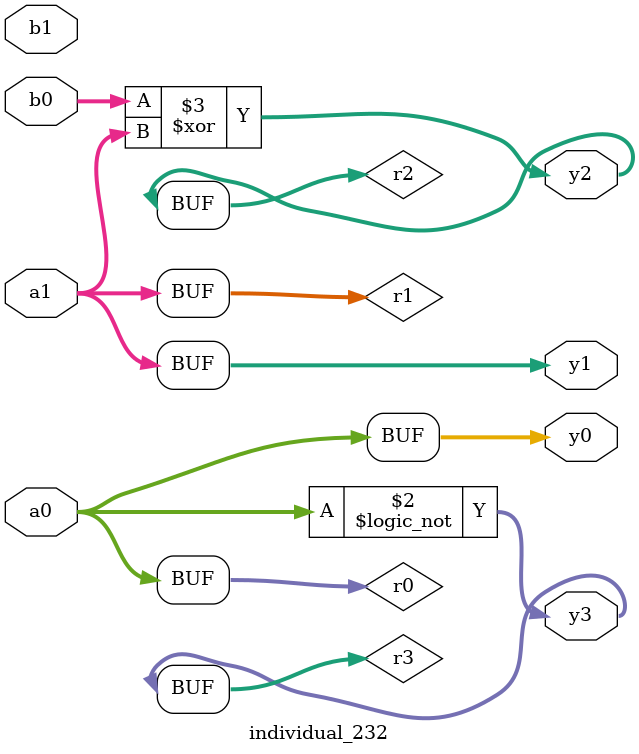
<source format=sv>
module individual_232(input logic [15:0] a1, input logic [15:0] a0, input logic [15:0] b1, input logic [15:0] b0, output logic [15:0] y3, output logic [15:0] y2, output logic [15:0] y1, output logic [15:0] y0);
logic [15:0] r0, r1, r2, r3; 
 always@(*) begin 
	 r0 = a0; r1 = a1; r2 = b0; r3 = b1; 
 	 r3 = ! r0 ;
 	 r2  ^=  r1 ;
 	 y3 = r3; y2 = r2; y1 = r1; y0 = r0; 
end
endmodule
</source>
